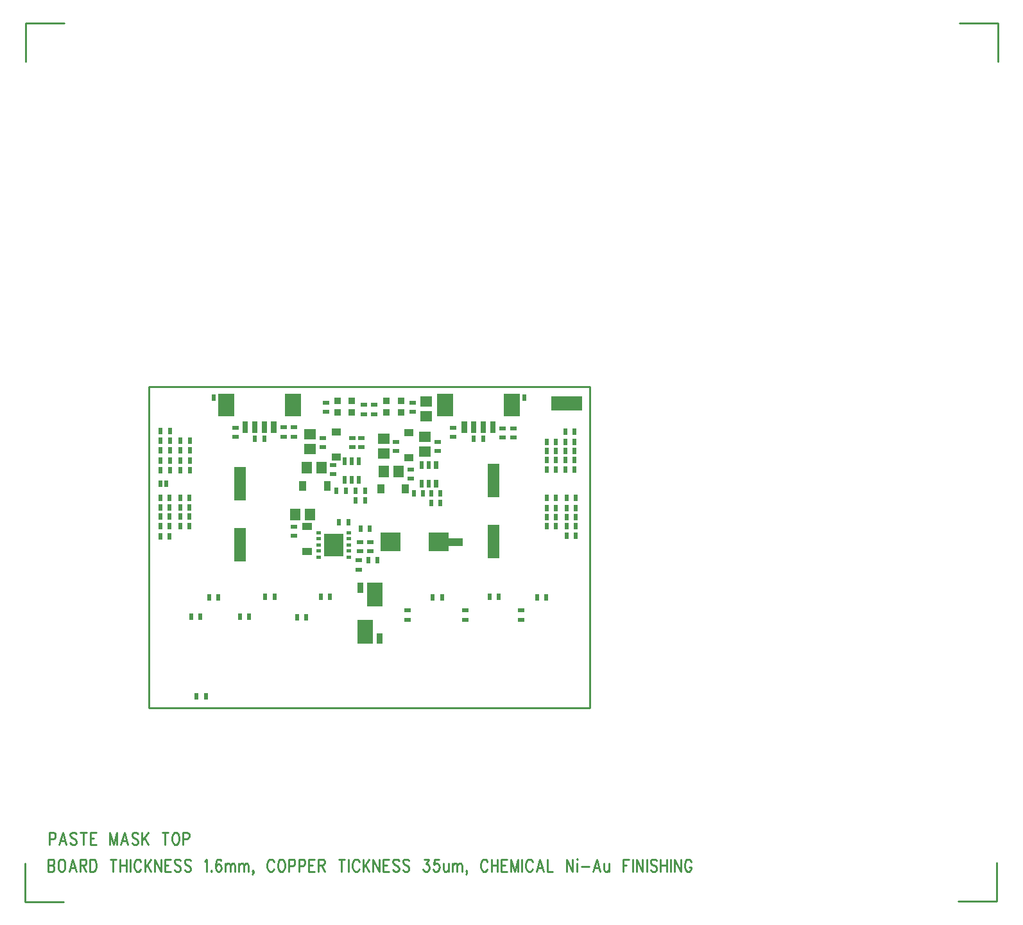
<source format=gbr>
*
*
G04 PADS Layout (Build Number 2007.21.1) generated Gerber (RS-274-X) file*
G04 PC Version=2.1*
*
%IN "2FOC-001.pcb"*%
*
%MOIN*%
*
%FSLAX35Y35*%
*
*
*
*
G04 PC Standard Apertures*
*
*
G04 Thermal Relief Aperture macro.*
%AMTER*
1,1,$1,0,0*
1,0,$1-$2,0,0*
21,0,$3,$4,0,0,45*
21,0,$3,$4,0,0,135*
%
*
*
G04 Annular Aperture macro.*
%AMANN*
1,1,$1,0,0*
1,0,$2,0,0*
%
*
*
G04 Odd Aperture macro.*
%AMODD*
1,1,$1,0,0*
1,0,$1-0.005,0,0*
%
*
*
G04 PC Custom Aperture Macros*
*
*
*
*
*
*
G04 PC Aperture Table*
*
%ADD010C,0.01*%
%ADD016R,0.035X0.024*%
%ADD019R,0.024X0.035*%
%ADD021R,0.032X0.032*%
%ADD024R,0.06X0.17323*%
%ADD026R,0.052X0.06*%
%ADD027R,0.06X0.052*%
%ADD048R,0.16X0.076*%
%ADD070C,0.001*%
%ADD072R,0.02756X0.02756*%
%ADD073R,0.08268X0.08268*%
%ADD074R,0.03583X0.03583*%
%ADD075R,0.02087X0.02087*%
%ADD076R,0.01575X0.01575*%
%ADD077R,0.10236X0.10236*%
%ADD078R,0.09449X0.09449*%
%ADD079R,0.07992X0.07992*%
%ADD080R,0.02992X0.02992*%
%ADD081R,0.04X0.04*%
*
*
*
*
G04 PC Circuitry*
G04 Layer Name 2FOC-001.pcb - circuitry*
%LPD*%
*
*
G04 PC Custom Flashes*
G04 Layer Name 2FOC-001.pcb - flashes*
%LPD*%
*
*
G04 PC Circuitry*
G04 Layer Name 2FOC-001.pcb - circuitry*
%LPD*%
*
G54D10*
G01X173193Y392698D02*
Y386135D01*
Y392698D02*
X175238D01*
X175920Y392385*
X176147Y392073*
X176374Y391448*
Y390510*
X176147Y389885*
X175920Y389573*
X175238Y389260*
X173193*
X180238Y392698D02*
X178420Y386135D01*
X180238Y392698D02*
X182056Y386135D01*
X179102Y388323D02*
X181374D01*
X187283Y391760D02*
X186829Y392385D01*
X186147Y392698*
X185238*
X184556Y392385*
X184102Y391760*
Y391135*
X184329Y390510*
X184556Y390198*
X185011Y389885*
X186374Y389260*
X186829Y388948*
X187056Y388635*
X187283Y388010*
Y387073*
X186829Y386448*
X186147Y386135*
X185238*
X184556Y386448*
X184102Y387073*
X190920Y392698D02*
Y386135D01*
X189329Y392698D02*
X192511D01*
X194556D02*
Y386135D01*
Y392698D02*
X197511D01*
X194556Y389573D02*
X196374D01*
X194556Y386135D02*
X197511D01*
X204783Y392698D02*
Y386135D01*
Y392698D02*
X206602Y386135D01*
X208420Y392698D02*
X206602Y386135D01*
X208420Y392698D02*
Y386135D01*
X212283Y392698D02*
X210465Y386135D01*
X212283Y392698D02*
X214102Y386135D01*
X211147Y388323D02*
X213420D01*
X219329Y391760D02*
X218874Y392385D01*
X218193Y392698*
X217283*
X216602Y392385*
X216147Y391760*
Y391135*
X216374Y390510*
X216602Y390198*
X217056Y389885*
X218420Y389260*
X218874Y388948*
X219102Y388635*
X219329Y388010*
Y387073*
X218874Y386448*
X218193Y386135*
X217283*
X216602Y386448*
X216147Y387073*
X221374Y392698D02*
Y386135D01*
X224556Y392698D02*
X221374Y388323D01*
X222511Y389885D02*
X224556Y386135D01*
X233420Y392698D02*
Y386135D01*
X231829Y392698D02*
X235011D01*
X238420D02*
X237965Y392385D01*
X237511Y391760*
X237283Y391135*
X237056Y390198*
Y388635*
X237283Y387698*
X237511Y387073*
X237965Y386448*
X238420Y386135*
X239329*
X239783Y386448*
X240238Y387073*
X240465Y387698*
X240693Y388635*
Y390198*
X240465Y391135*
X240238Y391760*
X239783Y392385*
X239329Y392698*
X238420*
X242738D02*
Y386135D01*
Y392698D02*
X244783D01*
X245465Y392385*
X245693Y392073*
X245920Y391448*
Y390510*
X245693Y389885*
X245465Y389573*
X244783Y389260*
X242738*
X172602Y378722D02*
Y372159D01*
Y378722D02*
X174647D01*
X175329Y378409*
X175557Y378097*
X175784Y377472*
Y376847*
X175557Y376222*
X175329Y375909*
X174647Y375597*
X172602D02*
X174647D01*
X175329Y375284*
X175557Y374972*
X175784Y374347*
Y373409*
X175557Y372784*
X175329Y372472*
X174647Y372159*
X172602*
X179193Y378722D02*
X178738Y378409D01*
X178284Y377784*
X178057Y377159*
X177829Y376222*
Y374659*
X178057Y373722*
X178284Y373097*
X178738Y372472*
X179193Y372159*
X180102*
X180557Y372472*
X181011Y373097*
X181238Y373722*
X181466Y374659*
Y376222*
X181238Y377159*
X181011Y377784*
X180557Y378409*
X180102Y378722*
X179193*
X185329D02*
X183511Y372159D01*
X185329Y378722D02*
X187147Y372159D01*
X184193Y374347D02*
X186466D01*
X189193Y378722D02*
Y372159D01*
Y378722D02*
X191238D01*
X191920Y378409*
X192147Y378097*
X192375Y377472*
Y376847*
X192147Y376222*
X191920Y375909*
X191238Y375597*
X189193*
X190784D02*
X192375Y372159D01*
X194420Y378722D02*
Y372159D01*
Y378722D02*
X196011D01*
X196693Y378409*
X197147Y377784*
X197375Y377159*
X197602Y376222*
Y374659*
X197375Y373722*
X197147Y373097*
X196693Y372472*
X196011Y372159*
X194420*
X206466Y378722D02*
Y372159D01*
X204875Y378722D02*
X208057D01*
X210102D02*
Y372159D01*
X213284Y378722D02*
Y372159D01*
X210102Y375597D02*
X213284D01*
X215329Y378722D02*
Y372159D01*
X220784Y377159D02*
X220557Y377784D01*
X220102Y378409*
X219647Y378722*
X218738*
X218284Y378409*
X217829Y377784*
X217602Y377159*
X217375Y376222*
Y374659*
X217602Y373722*
X217829Y373097*
X218284Y372472*
X218738Y372159*
X219647*
X220102Y372472*
X220557Y373097*
X220784Y373722*
X222829Y378722D02*
Y372159D01*
X226011Y378722D02*
X222829Y374347D01*
X223966Y375909D02*
X226011Y372159D01*
X228057Y378722D02*
Y372159D01*
Y378722D02*
X231238Y372159D01*
Y378722D02*
Y372159D01*
X233284Y378722D02*
Y372159D01*
Y378722D02*
X236238D01*
X233284Y375597D02*
X235102D01*
X233284Y372159D02*
X236238D01*
X241466Y377784D02*
X241011Y378409D01*
X240329Y378722*
X239420*
X238738Y378409*
X238284Y377784*
Y377159*
X238511Y376534*
X238738Y376222*
X239193Y375909*
X240557Y375284*
X241011Y374972*
X241238Y374659*
X241466Y374034*
Y373097*
X241011Y372472*
X240329Y372159*
X239420*
X238738Y372472*
X238284Y373097*
X246693Y377784D02*
X246238Y378409D01*
X245557Y378722*
X244647*
X243966Y378409*
X243511Y377784*
Y377159*
X243738Y376534*
X243966Y376222*
X244420Y375909*
X245784Y375284*
X246238Y374972*
X246466Y374659*
X246693Y374034*
Y373097*
X246238Y372472*
X245557Y372159*
X244647*
X243966Y372472*
X243511Y373097*
X253966Y377472D02*
X254420Y377784D01*
X255102Y378722*
Y372159*
X257375Y372784D02*
X257147Y372472D01*
X257375Y372159*
X257602Y372472*
X257375Y372784*
X262375Y377784D02*
X262147Y378409D01*
X261466Y378722*
X261011*
X260329Y378409*
X259875Y377472*
X259647Y375909*
Y374347*
X259875Y373097*
X260329Y372472*
X261011Y372159*
X261238*
X261920Y372472*
X262375Y373097*
X262602Y374034*
Y374347*
X262375Y375284*
X261920Y375909*
X261238Y376222*
X261011*
X260329Y375909*
X259875Y375284*
X259647Y374347*
X264647Y376534D02*
Y372159D01*
Y375284D02*
X265329Y376222D01*
X265784Y376534*
X266466*
X266920Y376222*
X267147Y375284*
Y372159*
Y375284D02*
X267829Y376222D01*
X268284Y376534*
X268966*
X269420Y376222*
X269647Y375284*
Y372159*
X271693Y376534D02*
Y372159D01*
Y375284D02*
X272375Y376222D01*
X272829Y376534*
X273511*
X273966Y376222*
X274193Y375284*
Y372159*
Y375284D02*
X274875Y376222D01*
X275329Y376534*
X276011*
X276466Y376222*
X276693Y375284*
Y372159*
X279193Y372472D02*
X278966Y372159D01*
X278738Y372472*
X278966Y372784*
X279193Y372472*
Y371847*
X278966Y371222*
X278738Y370909*
X289875Y377159D02*
X289647Y377784D01*
X289193Y378409*
X288738Y378722*
X287829*
X287375Y378409*
X286920Y377784*
X286693Y377159*
X286466Y376222*
Y374659*
X286693Y373722*
X286920Y373097*
X287375Y372472*
X287829Y372159*
X288738*
X289193Y372472*
X289647Y373097*
X289875Y373722*
X293284Y378722D02*
X292829Y378409D01*
X292375Y377784*
X292147Y377159*
X291920Y376222*
Y374659*
X292147Y373722*
X292375Y373097*
X292829Y372472*
X293284Y372159*
X294193*
X294647Y372472*
X295102Y373097*
X295329Y373722*
X295557Y374659*
Y376222*
X295329Y377159*
X295102Y377784*
X294647Y378409*
X294193Y378722*
X293284*
X297602D02*
Y372159D01*
Y378722D02*
X299647D01*
X300329Y378409*
X300557Y378097*
X300784Y377472*
Y376534*
X300557Y375909*
X300329Y375597*
X299647Y375284*
X297602*
X302829Y378722D02*
Y372159D01*
Y378722D02*
X304875D01*
X305557Y378409*
X305784Y378097*
X306011Y377472*
Y376534*
X305784Y375909*
X305557Y375597*
X304875Y375284*
X302829*
X308057Y378722D02*
Y372159D01*
Y378722D02*
X311011D01*
X308057Y375597D02*
X309875D01*
X308057Y372159D02*
X311011D01*
X313057Y378722D02*
Y372159D01*
Y378722D02*
X315102D01*
X315784Y378409*
X316011Y378097*
X316238Y377472*
Y376847*
X316011Y376222*
X315784Y375909*
X315102Y375597*
X313057*
X314647D02*
X316238Y372159D01*
X325102Y378722D02*
Y372159D01*
X323511Y378722D02*
X326693D01*
X328738D02*
Y372159D01*
X334193Y377159D02*
X333966Y377784D01*
X333511Y378409*
X333057Y378722*
X332147*
X331693Y378409*
X331238Y377784*
X331011Y377159*
X330784Y376222*
Y374659*
X331011Y373722*
X331238Y373097*
X331693Y372472*
X332147Y372159*
X333057*
X333511Y372472*
X333966Y373097*
X334193Y373722*
X336238Y378722D02*
Y372159D01*
X339420Y378722D02*
X336238Y374347D01*
X337375Y375909D02*
X339420Y372159D01*
X341466Y378722D02*
Y372159D01*
Y378722D02*
X344647Y372159D01*
Y378722D02*
Y372159D01*
X346693Y378722D02*
Y372159D01*
Y378722D02*
X349647D01*
X346693Y375597D02*
X348511D01*
X346693Y372159D02*
X349647D01*
X354875Y377784D02*
X354420Y378409D01*
X353738Y378722*
X352829*
X352147Y378409*
X351693Y377784*
Y377159*
X351920Y376534*
X352147Y376222*
X352602Y375909*
X353966Y375284*
X354420Y374972*
X354647Y374659*
X354875Y374034*
Y373097*
X354420Y372472*
X353738Y372159*
X352829*
X352147Y372472*
X351693Y373097*
X360102Y377784D02*
X359647Y378409D01*
X358966Y378722*
X358057*
X357375Y378409*
X356920Y377784*
Y377159*
X357147Y376534*
X357375Y376222*
X357829Y375909*
X359193Y375284*
X359647Y374972*
X359875Y374659*
X360102Y374034*
Y373097*
X359647Y372472*
X358966Y372159*
X358057*
X357375Y372472*
X356920Y373097*
X367829Y378722D02*
X370329D01*
X368966Y376222*
X369647*
X370102Y375909*
X370329Y375597*
X370557Y374659*
Y374034*
X370329Y373097*
X369875Y372472*
X369193Y372159*
X368511*
X367829Y372472*
X367602Y372784*
X367375Y373409*
X375557Y378722D02*
X373284D01*
X373057Y375909*
X373284Y376222*
X373966Y376534*
X374647*
X375329Y376222*
X375784Y375597*
X376011Y374659*
X375784Y374034*
X375557Y373097*
X375102Y372472*
X374420Y372159*
X373738*
X373057Y372472*
X372829Y372784*
X372602Y373409*
X378057Y376534D02*
Y373409D01*
X378284Y372472*
X378738Y372159*
X379420*
X379875Y372472*
X380557Y373409*
Y376534D02*
Y372159D01*
X382602Y376534D02*
Y372159D01*
Y375284D02*
X383284Y376222D01*
X383738Y376534*
X384420*
X384875Y376222*
X385102Y375284*
Y372159*
Y375284D02*
X385784Y376222D01*
X386238Y376534*
X386920*
X387375Y376222*
X387602Y375284*
Y372159*
X390102Y372472D02*
X389875Y372159D01*
X389647Y372472*
X389875Y372784*
X390102Y372472*
Y371847*
X389875Y371222*
X389647Y370909*
X400784Y377159D02*
X400557Y377784D01*
X400102Y378409*
X399647Y378722*
X398738*
X398284Y378409*
X397829Y377784*
X397602Y377159*
X397375Y376222*
Y374659*
X397602Y373722*
X397829Y373097*
X398284Y372472*
X398738Y372159*
X399647*
X400102Y372472*
X400557Y373097*
X400784Y373722*
X402829Y378722D02*
Y372159D01*
X406011Y378722D02*
Y372159D01*
X402829Y375597D02*
X406011D01*
X408057Y378722D02*
Y372159D01*
Y378722D02*
X411011D01*
X408057Y375597D02*
X409875D01*
X408057Y372159D02*
X411011D01*
X413057Y378722D02*
Y372159D01*
Y378722D02*
X414875Y372159D01*
X416693Y378722D02*
X414875Y372159D01*
X416693Y378722D02*
Y372159D01*
X418738Y378722D02*
Y372159D01*
X424193Y377159D02*
X423966Y377784D01*
X423511Y378409*
X423057Y378722*
X422147*
X421693Y378409*
X421238Y377784*
X421011Y377159*
X420784Y376222*
Y374659*
X421011Y373722*
X421238Y373097*
X421693Y372472*
X422147Y372159*
X423057*
X423511Y372472*
X423966Y373097*
X424193Y373722*
X428057Y378722D02*
X426238Y372159D01*
X428057Y378722D02*
X429875Y372159D01*
X426920Y374347D02*
X429193D01*
X431920Y378722D02*
Y372159D01*
X434647*
X441920Y378722D02*
Y372159D01*
Y378722D02*
X445102Y372159D01*
Y378722D02*
Y372159D01*
X447147Y378722D02*
X447375Y378409D01*
X447602Y378722*
X447375Y379034*
X447147Y378722*
X447375Y376534D02*
Y372159D01*
X449647Y374972D02*
X453738D01*
X457602Y378722D02*
X455784Y372159D01*
X457602Y378722D02*
X459420Y372159D01*
X456466Y374347D02*
X458738D01*
X461466Y376534D02*
Y373409D01*
X461693Y372472*
X462147Y372159*
X462829*
X463284Y372472*
X463966Y373409*
Y376534D02*
Y372159D01*
X471238Y378722D02*
Y372159D01*
Y378722D02*
X474193D01*
X471238Y375597D02*
X473057D01*
X476238Y378722D02*
Y372159D01*
X478284Y378722D02*
Y372159D01*
Y378722D02*
X481466Y372159D01*
Y378722D02*
Y372159D01*
X483511Y378722D02*
Y372159D01*
X488738Y377784D02*
X488284Y378409D01*
X487602Y378722*
X486693*
X486011Y378409*
X485557Y377784*
Y377159*
X485784Y376534*
X486011Y376222*
X486466Y375909*
X487829Y375284*
X488284Y374972*
X488511Y374659*
X488738Y374034*
Y373097*
X488284Y372472*
X487602Y372159*
X486693*
X486011Y372472*
X485557Y373097*
X490784Y378722D02*
Y372159D01*
X493966Y378722D02*
Y372159D01*
X490784Y375597D02*
X493966D01*
X496011Y378722D02*
Y372159D01*
X498057Y378722D02*
Y372159D01*
Y378722D02*
X501238Y372159D01*
Y378722D02*
Y372159D01*
X506693Y377159D02*
X506466Y377784D01*
X506011Y378409*
X505557Y378722*
X504647*
X504193Y378409*
X503738Y377784*
X503511Y377159*
X503284Y376222*
Y374659*
X503511Y373722*
X503738Y373097*
X504193Y372472*
X504647Y372159*
X505557*
X506011Y372472*
X506466Y373097*
X506693Y373722*
Y374659*
X505557D02*
X506693D01*
X224988Y457218D02*
X454098D01*
Y623931*
X224988*
Y457218*
X180870Y812710D02*
X160870D01*
Y792710*
X160791Y376490D02*
Y356490D01*
X180791*
X645437Y356805D02*
X665437D01*
Y376805*
X665909Y792631D02*
Y812631D01*
X645909*
G54D16*
X359161Y507795D03*
Y502995D03*
X389161Y507795D03*
Y502995D03*
X418161Y507795D03*
Y502995D03*
X333822Y533811D03*
Y529011D03*
X339925Y543260D03*
Y538460D03*
X300425Y597995D03*
Y602795D03*
X294925Y597995D03*
Y602795D03*
X408626Y597515D03*
Y602315D03*
X414137Y597515D03*
Y602315D03*
X270043Y602709D03*
Y597909D03*
X383035Y602709D03*
Y597909D03*
X360881Y580870D03*
Y576070D03*
X374881Y595370D03*
Y590570D03*
X353381Y595370D03*
Y590570D03*
X330673Y597197D03*
Y592397D03*
X320783Y583264D03*
Y578464D03*
X315283Y597264D03*
Y592464D03*
X334610Y543260D03*
Y538460D03*
X300141Y551303D03*
Y546503D03*
X341893Y609720D03*
Y614520D03*
X361870Y615594D03*
Y610794D03*
X316870D03*
Y615594D03*
X336775Y614520D03*
Y609720D03*
X335397Y597197D03*
Y592397D03*
G54D19*
X251774Y504443D03*
X246974D03*
X276970D03*
X272170D03*
X372367Y514482D03*
X377167D03*
X401895Y514876D03*
X406695D03*
X426501Y514679D03*
X431301D03*
X306695Y504246D03*
X301895D03*
X256226Y514679D03*
X261026D03*
X338903Y533970D03*
X343703D03*
X285359Y514876D03*
X290159D03*
X314296D03*
X319096D03*
X254530Y463104D03*
X249730D03*
X284825Y596895D03*
X280025D03*
X398561D03*
X393761D03*
X371481Y568470D03*
X376281D03*
X367281D03*
X362481D03*
X332383Y569864D03*
X337183D03*
X327183D03*
X322383D03*
X323741Y553403D03*
X328541D03*
X332383Y564864D03*
X337183D03*
X371481Y563470D03*
X376281D03*
X246065Y556608D03*
X241265D03*
X246065Y561332D03*
X241265D03*
X246065Y566254D03*
X241265D03*
X246065Y551490D03*
X241265D03*
X230832Y566254D03*
X235632D03*
X230832Y561332D03*
X235632D03*
X230832Y556608D03*
X235632D03*
X230832Y551490D03*
X235632D03*
X246262Y595978D03*
X241462D03*
X246262Y590860D03*
X241462D03*
X246262Y585545D03*
X241462D03*
X246262Y580624D03*
X241462D03*
X235829Y595978D03*
X231029D03*
X235829Y590860D03*
X231029D03*
X235829Y585545D03*
X231029D03*
X235829Y580624D03*
X231029D03*
X334966Y550112D03*
X339766D03*
X431619Y551490D03*
X436419D03*
X431619Y556214D03*
X436419D03*
X431619Y560939D03*
X436419D03*
X431619Y566057D03*
X436419D03*
X431619Y590466D03*
X436419D03*
X431619Y585742D03*
X436419D03*
X431619Y581017D03*
X436419D03*
X431619Y595387D03*
X436419D03*
X441856Y551490D03*
X446656D03*
X441856Y556214D03*
X446656D03*
X441856Y560939D03*
X446656D03*
X441265Y581017D03*
X446065D03*
X441856Y566057D03*
X446656D03*
X441265Y585742D03*
X446065D03*
X441265Y590466D03*
X446065D03*
X441265Y595387D03*
X446065D03*
X446656Y546569D03*
X441856D03*
X230832Y546372D03*
X235632D03*
X446065Y600506D03*
X441265D03*
X231029Y600899D03*
X235829D03*
X261869Y618330D03*
X258719D03*
X416790D03*
X419940D03*
X234113Y573448D03*
X230963D03*
G54D21*
X355870Y616694D03*
Y610694D03*
X348370Y616694D03*
Y610694D03*
X330370Y616694D03*
Y610694D03*
X322870Y616644D03*
Y610644D03*
G54D24*
X272208Y573537D03*
Y542041D03*
X404098Y575112D03*
Y543616D03*
G54D26*
X354681Y579970D03*
X347081D03*
X314583Y581864D03*
X306983D03*
X301085Y557395D03*
X308685D03*
G54D27*
X368381Y597770D03*
Y590170D03*
X346881Y596770D03*
Y589170D03*
X308783Y599164D03*
Y591564D03*
X368862Y616313D03*
Y608713D03*
G54D48*
X442090Y615072D03*
G54D70*
G54D72*
X289807Y604667D02*
Y601124D01*
X284885Y604667D02*
Y601124D01*
X279964Y604667D02*
Y601124D01*
X275043Y604667D02*
Y601124D01*
X403543Y604667D02*
Y601124D01*
X398622Y604667D02*
Y601124D01*
X393700Y604667D02*
Y601124D01*
X388779Y604667D02*
Y601124D01*
G54D73*
X299846Y616084D02*
Y612541D01*
X265004Y616084D02*
Y612541D01*
X413582Y616084D02*
Y612541D01*
X378740Y616084D02*
Y612541D01*
G54D74*
X345381Y570360D02*
Y571580D01*
X358256Y570360D02*
Y571580D01*
X359271Y599970D02*
X360492D01*
X359271Y587096D02*
X360492D01*
X321673Y600364D02*
X322893D01*
X321673Y587490D02*
X322893D01*
X304783Y571754D02*
Y572974D01*
X317657Y571754D02*
Y572974D01*
X307752Y538403D02*
X306531D01*
X307752Y551277D02*
X306531D01*
G54D75*
X366641Y572624D02*
Y574671D01*
X370381Y572624D02*
Y574671D01*
X374122Y572624D02*
Y574671D01*
Y582269D02*
Y584317D01*
X370381Y582269D02*
Y584317D01*
X366641Y582269D02*
Y584317D01*
X326543Y574517D02*
Y576565D01*
X330283Y574517D02*
Y576565D01*
X334023Y574517D02*
Y576565D01*
Y584163D02*
Y586210D01*
X330283Y584163D02*
Y586210D01*
X326543Y584163D02*
Y586210D01*
G54D76*
X312702Y548106D02*
X313490D01*
X312702Y544956D02*
X313490D01*
X312702Y541806D02*
X313490D01*
X312702Y538657D02*
X313490D01*
X312702Y535507D02*
X313490D01*
X328450D02*
X329238D01*
X328450Y538657D02*
X329238D01*
X328450Y541806D02*
X329238D01*
X328450Y544956D02*
X329238D01*
X328450Y548106D02*
X329238D01*
G54D77*
X320970Y542594D02*
Y541019D01*
G54D78*
X349964Y543419D02*
X350752D01*
X375161D02*
X375948D01*
G54D79*
X337256Y494446D02*
Y498974D01*
X342460Y513844D02*
Y518372D01*
G54D80*
X344952Y491927D02*
Y494446D01*
X334759Y518368D02*
Y520887D01*
G54D81*
X382094Y543222D03*
X385945D03*
X0Y0D02*
M02*

</source>
